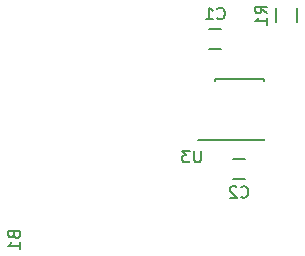
<source format=gbr>
G04 #@! TF.GenerationSoftware,KiCad,Pcbnew,5.0.2*
G04 #@! TF.CreationDate,2019-11-03T11:13:19+01:00*
G04 #@! TF.ProjectId,Tiny13-Nachtlicht,54696e79-3133-42d4-9e61-6368746c6963,rev?*
G04 #@! TF.SameCoordinates,Original*
G04 #@! TF.FileFunction,Legend,Bot*
G04 #@! TF.FilePolarity,Positive*
%FSLAX46Y46*%
G04 Gerber Fmt 4.6, Leading zero omitted, Abs format (unit mm)*
G04 Created by KiCad (PCBNEW 5.0.2) date Sun Nov  3 11:13:19 2019*
%MOMM*%
%LPD*%
G01*
G04 APERTURE LIST*
%ADD10C,0.150000*%
G04 APERTURE END LIST*
D10*
G04 #@! TO.C,C1*
X141500000Y-97150000D02*
X142500000Y-97150000D01*
X142500000Y-98850000D02*
X141500000Y-98850000D01*
G04 #@! TO.C,C2*
X144500000Y-109850000D02*
X143500000Y-109850000D01*
X143500000Y-108150000D02*
X144500000Y-108150000D01*
G04 #@! TO.C,R1*
X148875000Y-96600000D02*
X148875000Y-95400000D01*
X147125000Y-95400000D02*
X147125000Y-96600000D01*
G04 #@! TO.C,U3*
X141925000Y-106575000D02*
X141925000Y-106525000D01*
X146075000Y-106575000D02*
X146075000Y-106430000D01*
X146075000Y-101425000D02*
X146075000Y-101570000D01*
X141925000Y-101425000D02*
X141925000Y-101570000D01*
X141925000Y-106575000D02*
X146075000Y-106575000D01*
X141925000Y-101425000D02*
X146075000Y-101425000D01*
X141925000Y-106525000D02*
X140525000Y-106525000D01*
G04 #@! TO.C,C1*
X142166666Y-96257142D02*
X142214285Y-96304761D01*
X142357142Y-96352380D01*
X142452380Y-96352380D01*
X142595238Y-96304761D01*
X142690476Y-96209523D01*
X142738095Y-96114285D01*
X142785714Y-95923809D01*
X142785714Y-95780952D01*
X142738095Y-95590476D01*
X142690476Y-95495238D01*
X142595238Y-95400000D01*
X142452380Y-95352380D01*
X142357142Y-95352380D01*
X142214285Y-95400000D01*
X142166666Y-95447619D01*
X141214285Y-96352380D02*
X141785714Y-96352380D01*
X141500000Y-96352380D02*
X141500000Y-95352380D01*
X141595238Y-95495238D01*
X141690476Y-95590476D01*
X141785714Y-95638095D01*
G04 #@! TO.C,C2*
X144166666Y-111357142D02*
X144214285Y-111404761D01*
X144357142Y-111452380D01*
X144452380Y-111452380D01*
X144595238Y-111404761D01*
X144690476Y-111309523D01*
X144738095Y-111214285D01*
X144785714Y-111023809D01*
X144785714Y-110880952D01*
X144738095Y-110690476D01*
X144690476Y-110595238D01*
X144595238Y-110500000D01*
X144452380Y-110452380D01*
X144357142Y-110452380D01*
X144214285Y-110500000D01*
X144166666Y-110547619D01*
X143785714Y-110547619D02*
X143738095Y-110500000D01*
X143642857Y-110452380D01*
X143404761Y-110452380D01*
X143309523Y-110500000D01*
X143261904Y-110547619D01*
X143214285Y-110642857D01*
X143214285Y-110738095D01*
X143261904Y-110880952D01*
X143833333Y-111452380D01*
X143214285Y-111452380D01*
G04 #@! TO.C,R1*
X146352380Y-95833333D02*
X145876190Y-95500000D01*
X146352380Y-95261904D02*
X145352380Y-95261904D01*
X145352380Y-95642857D01*
X145400000Y-95738095D01*
X145447619Y-95785714D01*
X145542857Y-95833333D01*
X145685714Y-95833333D01*
X145780952Y-95785714D01*
X145828571Y-95738095D01*
X145876190Y-95642857D01*
X145876190Y-95261904D01*
X146352380Y-96785714D02*
X146352380Y-96214285D01*
X146352380Y-96500000D02*
X145352380Y-96500000D01*
X145495238Y-96404761D01*
X145590476Y-96309523D01*
X145638095Y-96214285D01*
G04 #@! TO.C,U3*
X140761904Y-107452380D02*
X140761904Y-108261904D01*
X140714285Y-108357142D01*
X140666666Y-108404761D01*
X140571428Y-108452380D01*
X140380952Y-108452380D01*
X140285714Y-108404761D01*
X140238095Y-108357142D01*
X140190476Y-108261904D01*
X140190476Y-107452380D01*
X139809523Y-107452380D02*
X139190476Y-107452380D01*
X139523809Y-107833333D01*
X139380952Y-107833333D01*
X139285714Y-107880952D01*
X139238095Y-107928571D01*
X139190476Y-108023809D01*
X139190476Y-108261904D01*
X139238095Y-108357142D01*
X139285714Y-108404761D01*
X139380952Y-108452380D01*
X139666666Y-108452380D01*
X139761904Y-108404761D01*
X139809523Y-108357142D01*
G04 #@! TO.C,B1*
X124928571Y-114595238D02*
X124976190Y-114738095D01*
X125023809Y-114785714D01*
X125119047Y-114833333D01*
X125261904Y-114833333D01*
X125357142Y-114785714D01*
X125404761Y-114738095D01*
X125452380Y-114642857D01*
X125452380Y-114261904D01*
X124452380Y-114261904D01*
X124452380Y-114595238D01*
X124500000Y-114690476D01*
X124547619Y-114738095D01*
X124642857Y-114785714D01*
X124738095Y-114785714D01*
X124833333Y-114738095D01*
X124880952Y-114690476D01*
X124928571Y-114595238D01*
X124928571Y-114261904D01*
X125452380Y-115785714D02*
X125452380Y-115214285D01*
X125452380Y-115500000D02*
X124452380Y-115500000D01*
X124595238Y-115404761D01*
X124690476Y-115309523D01*
X124738095Y-115214285D01*
G04 #@! TD*
M02*

</source>
